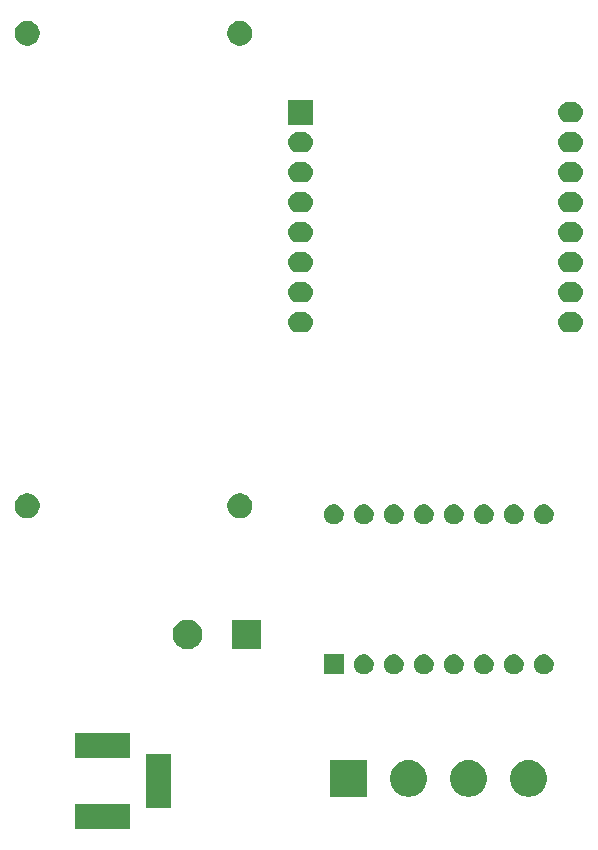
<source format=gbs>
G04 #@! TF.GenerationSoftware,KiCad,Pcbnew,(5.1.5-0-10_14)*
G04 #@! TF.CreationDate,2020-02-16T15:34:34-08:00*
G04 #@! TF.ProjectId,blinds_motor_driver,626c696e-6473-45f6-9d6f-746f725f6472,rev?*
G04 #@! TF.SameCoordinates,Original*
G04 #@! TF.FileFunction,Soldermask,Bot*
G04 #@! TF.FilePolarity,Negative*
%FSLAX46Y46*%
G04 Gerber Fmt 4.6, Leading zero omitted, Abs format (unit mm)*
G04 Created by KiCad (PCBNEW (5.1.5-0-10_14)) date 2020-02-16 15:34:34*
%MOMM*%
%LPD*%
G04 APERTURE LIST*
%ADD10C,0.100000*%
G04 APERTURE END LIST*
D10*
G36*
X113045000Y-122923000D02*
G01*
X108443000Y-122923000D01*
X108443000Y-120821000D01*
X113045000Y-120821000D01*
X113045000Y-122923000D01*
G37*
G36*
X116495000Y-121173000D02*
G01*
X114393000Y-121173000D01*
X114393000Y-116571000D01*
X116495000Y-116571000D01*
X116495000Y-121173000D01*
G37*
G36*
X147114585Y-117096802D02*
G01*
X147264410Y-117126604D01*
X147546674Y-117243521D01*
X147800705Y-117413259D01*
X148016741Y-117629295D01*
X148186479Y-117883326D01*
X148303396Y-118165590D01*
X148363000Y-118465240D01*
X148363000Y-118770760D01*
X148303396Y-119070410D01*
X148186479Y-119352674D01*
X148016741Y-119606705D01*
X147800705Y-119822741D01*
X147546674Y-119992479D01*
X147264410Y-120109396D01*
X147114585Y-120139198D01*
X146964761Y-120169000D01*
X146659239Y-120169000D01*
X146509415Y-120139198D01*
X146359590Y-120109396D01*
X146077326Y-119992479D01*
X145823295Y-119822741D01*
X145607259Y-119606705D01*
X145437521Y-119352674D01*
X145320604Y-119070410D01*
X145261000Y-118770760D01*
X145261000Y-118465240D01*
X145320604Y-118165590D01*
X145437521Y-117883326D01*
X145607259Y-117629295D01*
X145823295Y-117413259D01*
X146077326Y-117243521D01*
X146359590Y-117126604D01*
X146509415Y-117096802D01*
X146659239Y-117067000D01*
X146964761Y-117067000D01*
X147114585Y-117096802D01*
G37*
G36*
X142034585Y-117096802D02*
G01*
X142184410Y-117126604D01*
X142466674Y-117243521D01*
X142720705Y-117413259D01*
X142936741Y-117629295D01*
X143106479Y-117883326D01*
X143223396Y-118165590D01*
X143283000Y-118465240D01*
X143283000Y-118770760D01*
X143223396Y-119070410D01*
X143106479Y-119352674D01*
X142936741Y-119606705D01*
X142720705Y-119822741D01*
X142466674Y-119992479D01*
X142184410Y-120109396D01*
X142034585Y-120139198D01*
X141884761Y-120169000D01*
X141579239Y-120169000D01*
X141429415Y-120139198D01*
X141279590Y-120109396D01*
X140997326Y-119992479D01*
X140743295Y-119822741D01*
X140527259Y-119606705D01*
X140357521Y-119352674D01*
X140240604Y-119070410D01*
X140181000Y-118770760D01*
X140181000Y-118465240D01*
X140240604Y-118165590D01*
X140357521Y-117883326D01*
X140527259Y-117629295D01*
X140743295Y-117413259D01*
X140997326Y-117243521D01*
X141279590Y-117126604D01*
X141429415Y-117096802D01*
X141579239Y-117067000D01*
X141884761Y-117067000D01*
X142034585Y-117096802D01*
G37*
G36*
X136954585Y-117096802D02*
G01*
X137104410Y-117126604D01*
X137386674Y-117243521D01*
X137640705Y-117413259D01*
X137856741Y-117629295D01*
X138026479Y-117883326D01*
X138143396Y-118165590D01*
X138203000Y-118465240D01*
X138203000Y-118770760D01*
X138143396Y-119070410D01*
X138026479Y-119352674D01*
X137856741Y-119606705D01*
X137640705Y-119822741D01*
X137386674Y-119992479D01*
X137104410Y-120109396D01*
X136954585Y-120139198D01*
X136804761Y-120169000D01*
X136499239Y-120169000D01*
X136349415Y-120139198D01*
X136199590Y-120109396D01*
X135917326Y-119992479D01*
X135663295Y-119822741D01*
X135447259Y-119606705D01*
X135277521Y-119352674D01*
X135160604Y-119070410D01*
X135101000Y-118770760D01*
X135101000Y-118465240D01*
X135160604Y-118165590D01*
X135277521Y-117883326D01*
X135447259Y-117629295D01*
X135663295Y-117413259D01*
X135917326Y-117243521D01*
X136199590Y-117126604D01*
X136349415Y-117096802D01*
X136499239Y-117067000D01*
X136804761Y-117067000D01*
X136954585Y-117096802D01*
G37*
G36*
X133123000Y-120169000D02*
G01*
X130021000Y-120169000D01*
X130021000Y-117067000D01*
X133123000Y-117067000D01*
X133123000Y-120169000D01*
G37*
G36*
X113045000Y-116923000D02*
G01*
X108443000Y-116923000D01*
X108443000Y-114821000D01*
X113045000Y-114821000D01*
X113045000Y-116923000D01*
G37*
G36*
X131153000Y-109817000D02*
G01*
X129451000Y-109817000D01*
X129451000Y-108115000D01*
X131153000Y-108115000D01*
X131153000Y-109817000D01*
G37*
G36*
X140710228Y-108147703D02*
G01*
X140865100Y-108211853D01*
X141004481Y-108304985D01*
X141123015Y-108423519D01*
X141216147Y-108562900D01*
X141280297Y-108717772D01*
X141313000Y-108882184D01*
X141313000Y-109049816D01*
X141280297Y-109214228D01*
X141216147Y-109369100D01*
X141123015Y-109508481D01*
X141004481Y-109627015D01*
X140865100Y-109720147D01*
X140710228Y-109784297D01*
X140545816Y-109817000D01*
X140378184Y-109817000D01*
X140213772Y-109784297D01*
X140058900Y-109720147D01*
X139919519Y-109627015D01*
X139800985Y-109508481D01*
X139707853Y-109369100D01*
X139643703Y-109214228D01*
X139611000Y-109049816D01*
X139611000Y-108882184D01*
X139643703Y-108717772D01*
X139707853Y-108562900D01*
X139800985Y-108423519D01*
X139919519Y-108304985D01*
X140058900Y-108211853D01*
X140213772Y-108147703D01*
X140378184Y-108115000D01*
X140545816Y-108115000D01*
X140710228Y-108147703D01*
G37*
G36*
X133090228Y-108147703D02*
G01*
X133245100Y-108211853D01*
X133384481Y-108304985D01*
X133503015Y-108423519D01*
X133596147Y-108562900D01*
X133660297Y-108717772D01*
X133693000Y-108882184D01*
X133693000Y-109049816D01*
X133660297Y-109214228D01*
X133596147Y-109369100D01*
X133503015Y-109508481D01*
X133384481Y-109627015D01*
X133245100Y-109720147D01*
X133090228Y-109784297D01*
X132925816Y-109817000D01*
X132758184Y-109817000D01*
X132593772Y-109784297D01*
X132438900Y-109720147D01*
X132299519Y-109627015D01*
X132180985Y-109508481D01*
X132087853Y-109369100D01*
X132023703Y-109214228D01*
X131991000Y-109049816D01*
X131991000Y-108882184D01*
X132023703Y-108717772D01*
X132087853Y-108562900D01*
X132180985Y-108423519D01*
X132299519Y-108304985D01*
X132438900Y-108211853D01*
X132593772Y-108147703D01*
X132758184Y-108115000D01*
X132925816Y-108115000D01*
X133090228Y-108147703D01*
G37*
G36*
X135630228Y-108147703D02*
G01*
X135785100Y-108211853D01*
X135924481Y-108304985D01*
X136043015Y-108423519D01*
X136136147Y-108562900D01*
X136200297Y-108717772D01*
X136233000Y-108882184D01*
X136233000Y-109049816D01*
X136200297Y-109214228D01*
X136136147Y-109369100D01*
X136043015Y-109508481D01*
X135924481Y-109627015D01*
X135785100Y-109720147D01*
X135630228Y-109784297D01*
X135465816Y-109817000D01*
X135298184Y-109817000D01*
X135133772Y-109784297D01*
X134978900Y-109720147D01*
X134839519Y-109627015D01*
X134720985Y-109508481D01*
X134627853Y-109369100D01*
X134563703Y-109214228D01*
X134531000Y-109049816D01*
X134531000Y-108882184D01*
X134563703Y-108717772D01*
X134627853Y-108562900D01*
X134720985Y-108423519D01*
X134839519Y-108304985D01*
X134978900Y-108211853D01*
X135133772Y-108147703D01*
X135298184Y-108115000D01*
X135465816Y-108115000D01*
X135630228Y-108147703D01*
G37*
G36*
X138170228Y-108147703D02*
G01*
X138325100Y-108211853D01*
X138464481Y-108304985D01*
X138583015Y-108423519D01*
X138676147Y-108562900D01*
X138740297Y-108717772D01*
X138773000Y-108882184D01*
X138773000Y-109049816D01*
X138740297Y-109214228D01*
X138676147Y-109369100D01*
X138583015Y-109508481D01*
X138464481Y-109627015D01*
X138325100Y-109720147D01*
X138170228Y-109784297D01*
X138005816Y-109817000D01*
X137838184Y-109817000D01*
X137673772Y-109784297D01*
X137518900Y-109720147D01*
X137379519Y-109627015D01*
X137260985Y-109508481D01*
X137167853Y-109369100D01*
X137103703Y-109214228D01*
X137071000Y-109049816D01*
X137071000Y-108882184D01*
X137103703Y-108717772D01*
X137167853Y-108562900D01*
X137260985Y-108423519D01*
X137379519Y-108304985D01*
X137518900Y-108211853D01*
X137673772Y-108147703D01*
X137838184Y-108115000D01*
X138005816Y-108115000D01*
X138170228Y-108147703D01*
G37*
G36*
X143250228Y-108147703D02*
G01*
X143405100Y-108211853D01*
X143544481Y-108304985D01*
X143663015Y-108423519D01*
X143756147Y-108562900D01*
X143820297Y-108717772D01*
X143853000Y-108882184D01*
X143853000Y-109049816D01*
X143820297Y-109214228D01*
X143756147Y-109369100D01*
X143663015Y-109508481D01*
X143544481Y-109627015D01*
X143405100Y-109720147D01*
X143250228Y-109784297D01*
X143085816Y-109817000D01*
X142918184Y-109817000D01*
X142753772Y-109784297D01*
X142598900Y-109720147D01*
X142459519Y-109627015D01*
X142340985Y-109508481D01*
X142247853Y-109369100D01*
X142183703Y-109214228D01*
X142151000Y-109049816D01*
X142151000Y-108882184D01*
X142183703Y-108717772D01*
X142247853Y-108562900D01*
X142340985Y-108423519D01*
X142459519Y-108304985D01*
X142598900Y-108211853D01*
X142753772Y-108147703D01*
X142918184Y-108115000D01*
X143085816Y-108115000D01*
X143250228Y-108147703D01*
G37*
G36*
X145790228Y-108147703D02*
G01*
X145945100Y-108211853D01*
X146084481Y-108304985D01*
X146203015Y-108423519D01*
X146296147Y-108562900D01*
X146360297Y-108717772D01*
X146393000Y-108882184D01*
X146393000Y-109049816D01*
X146360297Y-109214228D01*
X146296147Y-109369100D01*
X146203015Y-109508481D01*
X146084481Y-109627015D01*
X145945100Y-109720147D01*
X145790228Y-109784297D01*
X145625816Y-109817000D01*
X145458184Y-109817000D01*
X145293772Y-109784297D01*
X145138900Y-109720147D01*
X144999519Y-109627015D01*
X144880985Y-109508481D01*
X144787853Y-109369100D01*
X144723703Y-109214228D01*
X144691000Y-109049816D01*
X144691000Y-108882184D01*
X144723703Y-108717772D01*
X144787853Y-108562900D01*
X144880985Y-108423519D01*
X144999519Y-108304985D01*
X145138900Y-108211853D01*
X145293772Y-108147703D01*
X145458184Y-108115000D01*
X145625816Y-108115000D01*
X145790228Y-108147703D01*
G37*
G36*
X148330228Y-108147703D02*
G01*
X148485100Y-108211853D01*
X148624481Y-108304985D01*
X148743015Y-108423519D01*
X148836147Y-108562900D01*
X148900297Y-108717772D01*
X148933000Y-108882184D01*
X148933000Y-109049816D01*
X148900297Y-109214228D01*
X148836147Y-109369100D01*
X148743015Y-109508481D01*
X148624481Y-109627015D01*
X148485100Y-109720147D01*
X148330228Y-109784297D01*
X148165816Y-109817000D01*
X147998184Y-109817000D01*
X147833772Y-109784297D01*
X147678900Y-109720147D01*
X147539519Y-109627015D01*
X147420985Y-109508481D01*
X147327853Y-109369100D01*
X147263703Y-109214228D01*
X147231000Y-109049816D01*
X147231000Y-108882184D01*
X147263703Y-108717772D01*
X147327853Y-108562900D01*
X147420985Y-108423519D01*
X147539519Y-108304985D01*
X147678900Y-108211853D01*
X147833772Y-108147703D01*
X147998184Y-108115000D01*
X148165816Y-108115000D01*
X148330228Y-108147703D01*
G37*
G36*
X124187000Y-107677000D02*
G01*
X121685000Y-107677000D01*
X121685000Y-105175000D01*
X124187000Y-105175000D01*
X124187000Y-107677000D01*
G37*
G36*
X118300903Y-105223075D02*
G01*
X118528571Y-105317378D01*
X118733466Y-105454285D01*
X118907715Y-105628534D01*
X119044622Y-105833429D01*
X119138925Y-106061097D01*
X119187000Y-106302787D01*
X119187000Y-106549213D01*
X119138925Y-106790903D01*
X119044622Y-107018571D01*
X118907715Y-107223466D01*
X118733466Y-107397715D01*
X118528571Y-107534622D01*
X118528570Y-107534623D01*
X118528569Y-107534623D01*
X118300903Y-107628925D01*
X118059214Y-107677000D01*
X117812786Y-107677000D01*
X117571097Y-107628925D01*
X117343431Y-107534623D01*
X117343430Y-107534623D01*
X117343429Y-107534622D01*
X117138534Y-107397715D01*
X116964285Y-107223466D01*
X116827378Y-107018571D01*
X116733075Y-106790903D01*
X116685000Y-106549213D01*
X116685000Y-106302787D01*
X116733075Y-106061097D01*
X116827378Y-105833429D01*
X116964285Y-105628534D01*
X117138534Y-105454285D01*
X117343429Y-105317378D01*
X117571097Y-105223075D01*
X117812786Y-105175000D01*
X118059214Y-105175000D01*
X118300903Y-105223075D01*
G37*
G36*
X143250228Y-95447703D02*
G01*
X143405100Y-95511853D01*
X143544481Y-95604985D01*
X143663015Y-95723519D01*
X143756147Y-95862900D01*
X143820297Y-96017772D01*
X143853000Y-96182184D01*
X143853000Y-96349816D01*
X143820297Y-96514228D01*
X143756147Y-96669100D01*
X143663015Y-96808481D01*
X143544481Y-96927015D01*
X143405100Y-97020147D01*
X143250228Y-97084297D01*
X143085816Y-97117000D01*
X142918184Y-97117000D01*
X142753772Y-97084297D01*
X142598900Y-97020147D01*
X142459519Y-96927015D01*
X142340985Y-96808481D01*
X142247853Y-96669100D01*
X142183703Y-96514228D01*
X142151000Y-96349816D01*
X142151000Y-96182184D01*
X142183703Y-96017772D01*
X142247853Y-95862900D01*
X142340985Y-95723519D01*
X142459519Y-95604985D01*
X142598900Y-95511853D01*
X142753772Y-95447703D01*
X142918184Y-95415000D01*
X143085816Y-95415000D01*
X143250228Y-95447703D01*
G37*
G36*
X148330228Y-95447703D02*
G01*
X148485100Y-95511853D01*
X148624481Y-95604985D01*
X148743015Y-95723519D01*
X148836147Y-95862900D01*
X148900297Y-96017772D01*
X148933000Y-96182184D01*
X148933000Y-96349816D01*
X148900297Y-96514228D01*
X148836147Y-96669100D01*
X148743015Y-96808481D01*
X148624481Y-96927015D01*
X148485100Y-97020147D01*
X148330228Y-97084297D01*
X148165816Y-97117000D01*
X147998184Y-97117000D01*
X147833772Y-97084297D01*
X147678900Y-97020147D01*
X147539519Y-96927015D01*
X147420985Y-96808481D01*
X147327853Y-96669100D01*
X147263703Y-96514228D01*
X147231000Y-96349816D01*
X147231000Y-96182184D01*
X147263703Y-96017772D01*
X147327853Y-95862900D01*
X147420985Y-95723519D01*
X147539519Y-95604985D01*
X147678900Y-95511853D01*
X147833772Y-95447703D01*
X147998184Y-95415000D01*
X148165816Y-95415000D01*
X148330228Y-95447703D01*
G37*
G36*
X140710228Y-95447703D02*
G01*
X140865100Y-95511853D01*
X141004481Y-95604985D01*
X141123015Y-95723519D01*
X141216147Y-95862900D01*
X141280297Y-96017772D01*
X141313000Y-96182184D01*
X141313000Y-96349816D01*
X141280297Y-96514228D01*
X141216147Y-96669100D01*
X141123015Y-96808481D01*
X141004481Y-96927015D01*
X140865100Y-97020147D01*
X140710228Y-97084297D01*
X140545816Y-97117000D01*
X140378184Y-97117000D01*
X140213772Y-97084297D01*
X140058900Y-97020147D01*
X139919519Y-96927015D01*
X139800985Y-96808481D01*
X139707853Y-96669100D01*
X139643703Y-96514228D01*
X139611000Y-96349816D01*
X139611000Y-96182184D01*
X139643703Y-96017772D01*
X139707853Y-95862900D01*
X139800985Y-95723519D01*
X139919519Y-95604985D01*
X140058900Y-95511853D01*
X140213772Y-95447703D01*
X140378184Y-95415000D01*
X140545816Y-95415000D01*
X140710228Y-95447703D01*
G37*
G36*
X145790228Y-95447703D02*
G01*
X145945100Y-95511853D01*
X146084481Y-95604985D01*
X146203015Y-95723519D01*
X146296147Y-95862900D01*
X146360297Y-96017772D01*
X146393000Y-96182184D01*
X146393000Y-96349816D01*
X146360297Y-96514228D01*
X146296147Y-96669100D01*
X146203015Y-96808481D01*
X146084481Y-96927015D01*
X145945100Y-97020147D01*
X145790228Y-97084297D01*
X145625816Y-97117000D01*
X145458184Y-97117000D01*
X145293772Y-97084297D01*
X145138900Y-97020147D01*
X144999519Y-96927015D01*
X144880985Y-96808481D01*
X144787853Y-96669100D01*
X144723703Y-96514228D01*
X144691000Y-96349816D01*
X144691000Y-96182184D01*
X144723703Y-96017772D01*
X144787853Y-95862900D01*
X144880985Y-95723519D01*
X144999519Y-95604985D01*
X145138900Y-95511853D01*
X145293772Y-95447703D01*
X145458184Y-95415000D01*
X145625816Y-95415000D01*
X145790228Y-95447703D01*
G37*
G36*
X138170228Y-95447703D02*
G01*
X138325100Y-95511853D01*
X138464481Y-95604985D01*
X138583015Y-95723519D01*
X138676147Y-95862900D01*
X138740297Y-96017772D01*
X138773000Y-96182184D01*
X138773000Y-96349816D01*
X138740297Y-96514228D01*
X138676147Y-96669100D01*
X138583015Y-96808481D01*
X138464481Y-96927015D01*
X138325100Y-97020147D01*
X138170228Y-97084297D01*
X138005816Y-97117000D01*
X137838184Y-97117000D01*
X137673772Y-97084297D01*
X137518900Y-97020147D01*
X137379519Y-96927015D01*
X137260985Y-96808481D01*
X137167853Y-96669100D01*
X137103703Y-96514228D01*
X137071000Y-96349816D01*
X137071000Y-96182184D01*
X137103703Y-96017772D01*
X137167853Y-95862900D01*
X137260985Y-95723519D01*
X137379519Y-95604985D01*
X137518900Y-95511853D01*
X137673772Y-95447703D01*
X137838184Y-95415000D01*
X138005816Y-95415000D01*
X138170228Y-95447703D01*
G37*
G36*
X135630228Y-95447703D02*
G01*
X135785100Y-95511853D01*
X135924481Y-95604985D01*
X136043015Y-95723519D01*
X136136147Y-95862900D01*
X136200297Y-96017772D01*
X136233000Y-96182184D01*
X136233000Y-96349816D01*
X136200297Y-96514228D01*
X136136147Y-96669100D01*
X136043015Y-96808481D01*
X135924481Y-96927015D01*
X135785100Y-97020147D01*
X135630228Y-97084297D01*
X135465816Y-97117000D01*
X135298184Y-97117000D01*
X135133772Y-97084297D01*
X134978900Y-97020147D01*
X134839519Y-96927015D01*
X134720985Y-96808481D01*
X134627853Y-96669100D01*
X134563703Y-96514228D01*
X134531000Y-96349816D01*
X134531000Y-96182184D01*
X134563703Y-96017772D01*
X134627853Y-95862900D01*
X134720985Y-95723519D01*
X134839519Y-95604985D01*
X134978900Y-95511853D01*
X135133772Y-95447703D01*
X135298184Y-95415000D01*
X135465816Y-95415000D01*
X135630228Y-95447703D01*
G37*
G36*
X133090228Y-95447703D02*
G01*
X133245100Y-95511853D01*
X133384481Y-95604985D01*
X133503015Y-95723519D01*
X133596147Y-95862900D01*
X133660297Y-96017772D01*
X133693000Y-96182184D01*
X133693000Y-96349816D01*
X133660297Y-96514228D01*
X133596147Y-96669100D01*
X133503015Y-96808481D01*
X133384481Y-96927015D01*
X133245100Y-97020147D01*
X133090228Y-97084297D01*
X132925816Y-97117000D01*
X132758184Y-97117000D01*
X132593772Y-97084297D01*
X132438900Y-97020147D01*
X132299519Y-96927015D01*
X132180985Y-96808481D01*
X132087853Y-96669100D01*
X132023703Y-96514228D01*
X131991000Y-96349816D01*
X131991000Y-96182184D01*
X132023703Y-96017772D01*
X132087853Y-95862900D01*
X132180985Y-95723519D01*
X132299519Y-95604985D01*
X132438900Y-95511853D01*
X132593772Y-95447703D01*
X132758184Y-95415000D01*
X132925816Y-95415000D01*
X133090228Y-95447703D01*
G37*
G36*
X130550228Y-95447703D02*
G01*
X130705100Y-95511853D01*
X130844481Y-95604985D01*
X130963015Y-95723519D01*
X131056147Y-95862900D01*
X131120297Y-96017772D01*
X131153000Y-96182184D01*
X131153000Y-96349816D01*
X131120297Y-96514228D01*
X131056147Y-96669100D01*
X130963015Y-96808481D01*
X130844481Y-96927015D01*
X130705100Y-97020147D01*
X130550228Y-97084297D01*
X130385816Y-97117000D01*
X130218184Y-97117000D01*
X130053772Y-97084297D01*
X129898900Y-97020147D01*
X129759519Y-96927015D01*
X129640985Y-96808481D01*
X129547853Y-96669100D01*
X129483703Y-96514228D01*
X129451000Y-96349816D01*
X129451000Y-96182184D01*
X129483703Y-96017772D01*
X129547853Y-95862900D01*
X129640985Y-95723519D01*
X129759519Y-95604985D01*
X129898900Y-95511853D01*
X130053772Y-95447703D01*
X130218184Y-95415000D01*
X130385816Y-95415000D01*
X130550228Y-95447703D01*
G37*
G36*
X104668564Y-94525389D02*
G01*
X104859833Y-94604615D01*
X104859835Y-94604616D01*
X105031973Y-94719635D01*
X105178365Y-94866027D01*
X105293385Y-95038167D01*
X105372611Y-95229436D01*
X105413000Y-95432484D01*
X105413000Y-95639516D01*
X105372611Y-95842564D01*
X105293385Y-96033833D01*
X105293384Y-96033835D01*
X105178365Y-96205973D01*
X105031973Y-96352365D01*
X104859835Y-96467384D01*
X104859834Y-96467385D01*
X104859833Y-96467385D01*
X104668564Y-96546611D01*
X104465516Y-96587000D01*
X104258484Y-96587000D01*
X104055436Y-96546611D01*
X103864167Y-96467385D01*
X103864166Y-96467385D01*
X103864165Y-96467384D01*
X103692027Y-96352365D01*
X103545635Y-96205973D01*
X103430616Y-96033835D01*
X103430615Y-96033833D01*
X103351389Y-95842564D01*
X103311000Y-95639516D01*
X103311000Y-95432484D01*
X103351389Y-95229436D01*
X103430615Y-95038167D01*
X103545635Y-94866027D01*
X103692027Y-94719635D01*
X103864165Y-94604616D01*
X103864167Y-94604615D01*
X104055436Y-94525389D01*
X104258484Y-94485000D01*
X104465516Y-94485000D01*
X104668564Y-94525389D01*
G37*
G36*
X122668564Y-94525389D02*
G01*
X122859833Y-94604615D01*
X122859835Y-94604616D01*
X123031973Y-94719635D01*
X123178365Y-94866027D01*
X123293385Y-95038167D01*
X123372611Y-95229436D01*
X123413000Y-95432484D01*
X123413000Y-95639516D01*
X123372611Y-95842564D01*
X123293385Y-96033833D01*
X123293384Y-96033835D01*
X123178365Y-96205973D01*
X123031973Y-96352365D01*
X122859835Y-96467384D01*
X122859834Y-96467385D01*
X122859833Y-96467385D01*
X122668564Y-96546611D01*
X122465516Y-96587000D01*
X122258484Y-96587000D01*
X122055436Y-96546611D01*
X121864167Y-96467385D01*
X121864166Y-96467385D01*
X121864165Y-96467384D01*
X121692027Y-96352365D01*
X121545635Y-96205973D01*
X121430616Y-96033835D01*
X121430615Y-96033833D01*
X121351389Y-95842564D01*
X121311000Y-95639516D01*
X121311000Y-95432484D01*
X121351389Y-95229436D01*
X121430615Y-95038167D01*
X121545635Y-94866027D01*
X121692027Y-94719635D01*
X121864165Y-94604616D01*
X121864167Y-94604615D01*
X122055436Y-94525389D01*
X122258484Y-94485000D01*
X122465516Y-94485000D01*
X122668564Y-94525389D01*
G37*
G36*
X150734823Y-79171313D02*
G01*
X150895242Y-79219976D01*
X151027906Y-79290886D01*
X151043078Y-79298996D01*
X151172659Y-79405341D01*
X151279004Y-79534922D01*
X151279005Y-79534924D01*
X151358024Y-79682758D01*
X151406687Y-79843177D01*
X151423117Y-80010000D01*
X151406687Y-80176823D01*
X151358024Y-80337242D01*
X151287114Y-80469906D01*
X151279004Y-80485078D01*
X151172659Y-80614659D01*
X151043078Y-80721004D01*
X151043076Y-80721005D01*
X150895242Y-80800024D01*
X150734823Y-80848687D01*
X150609804Y-80861000D01*
X150126196Y-80861000D01*
X150001177Y-80848687D01*
X149840758Y-80800024D01*
X149692924Y-80721005D01*
X149692922Y-80721004D01*
X149563341Y-80614659D01*
X149456996Y-80485078D01*
X149448886Y-80469906D01*
X149377976Y-80337242D01*
X149329313Y-80176823D01*
X149312883Y-80010000D01*
X149329313Y-79843177D01*
X149377976Y-79682758D01*
X149456995Y-79534924D01*
X149456996Y-79534922D01*
X149563341Y-79405341D01*
X149692922Y-79298996D01*
X149708094Y-79290886D01*
X149840758Y-79219976D01*
X150001177Y-79171313D01*
X150126196Y-79159000D01*
X150609804Y-79159000D01*
X150734823Y-79171313D01*
G37*
G36*
X127874823Y-79171313D02*
G01*
X128035242Y-79219976D01*
X128167906Y-79290886D01*
X128183078Y-79298996D01*
X128312659Y-79405341D01*
X128419004Y-79534922D01*
X128419005Y-79534924D01*
X128498024Y-79682758D01*
X128546687Y-79843177D01*
X128563117Y-80010000D01*
X128546687Y-80176823D01*
X128498024Y-80337242D01*
X128427114Y-80469906D01*
X128419004Y-80485078D01*
X128312659Y-80614659D01*
X128183078Y-80721004D01*
X128183076Y-80721005D01*
X128035242Y-80800024D01*
X127874823Y-80848687D01*
X127749804Y-80861000D01*
X127266196Y-80861000D01*
X127141177Y-80848687D01*
X126980758Y-80800024D01*
X126832924Y-80721005D01*
X126832922Y-80721004D01*
X126703341Y-80614659D01*
X126596996Y-80485078D01*
X126588886Y-80469906D01*
X126517976Y-80337242D01*
X126469313Y-80176823D01*
X126452883Y-80010000D01*
X126469313Y-79843177D01*
X126517976Y-79682758D01*
X126596995Y-79534924D01*
X126596996Y-79534922D01*
X126703341Y-79405341D01*
X126832922Y-79298996D01*
X126848094Y-79290886D01*
X126980758Y-79219976D01*
X127141177Y-79171313D01*
X127266196Y-79159000D01*
X127749804Y-79159000D01*
X127874823Y-79171313D01*
G37*
G36*
X127874823Y-76631313D02*
G01*
X128035242Y-76679976D01*
X128167906Y-76750886D01*
X128183078Y-76758996D01*
X128312659Y-76865341D01*
X128419004Y-76994922D01*
X128419005Y-76994924D01*
X128498024Y-77142758D01*
X128546687Y-77303177D01*
X128563117Y-77470000D01*
X128546687Y-77636823D01*
X128498024Y-77797242D01*
X128427114Y-77929906D01*
X128419004Y-77945078D01*
X128312659Y-78074659D01*
X128183078Y-78181004D01*
X128183076Y-78181005D01*
X128035242Y-78260024D01*
X127874823Y-78308687D01*
X127749804Y-78321000D01*
X127266196Y-78321000D01*
X127141177Y-78308687D01*
X126980758Y-78260024D01*
X126832924Y-78181005D01*
X126832922Y-78181004D01*
X126703341Y-78074659D01*
X126596996Y-77945078D01*
X126588886Y-77929906D01*
X126517976Y-77797242D01*
X126469313Y-77636823D01*
X126452883Y-77470000D01*
X126469313Y-77303177D01*
X126517976Y-77142758D01*
X126596995Y-76994924D01*
X126596996Y-76994922D01*
X126703341Y-76865341D01*
X126832922Y-76758996D01*
X126848094Y-76750886D01*
X126980758Y-76679976D01*
X127141177Y-76631313D01*
X127266196Y-76619000D01*
X127749804Y-76619000D01*
X127874823Y-76631313D01*
G37*
G36*
X150734823Y-76631313D02*
G01*
X150895242Y-76679976D01*
X151027906Y-76750886D01*
X151043078Y-76758996D01*
X151172659Y-76865341D01*
X151279004Y-76994922D01*
X151279005Y-76994924D01*
X151358024Y-77142758D01*
X151406687Y-77303177D01*
X151423117Y-77470000D01*
X151406687Y-77636823D01*
X151358024Y-77797242D01*
X151287114Y-77929906D01*
X151279004Y-77945078D01*
X151172659Y-78074659D01*
X151043078Y-78181004D01*
X151043076Y-78181005D01*
X150895242Y-78260024D01*
X150734823Y-78308687D01*
X150609804Y-78321000D01*
X150126196Y-78321000D01*
X150001177Y-78308687D01*
X149840758Y-78260024D01*
X149692924Y-78181005D01*
X149692922Y-78181004D01*
X149563341Y-78074659D01*
X149456996Y-77945078D01*
X149448886Y-77929906D01*
X149377976Y-77797242D01*
X149329313Y-77636823D01*
X149312883Y-77470000D01*
X149329313Y-77303177D01*
X149377976Y-77142758D01*
X149456995Y-76994924D01*
X149456996Y-76994922D01*
X149563341Y-76865341D01*
X149692922Y-76758996D01*
X149708094Y-76750886D01*
X149840758Y-76679976D01*
X150001177Y-76631313D01*
X150126196Y-76619000D01*
X150609804Y-76619000D01*
X150734823Y-76631313D01*
G37*
G36*
X127874823Y-74091313D02*
G01*
X128035242Y-74139976D01*
X128167906Y-74210886D01*
X128183078Y-74218996D01*
X128312659Y-74325341D01*
X128419004Y-74454922D01*
X128419005Y-74454924D01*
X128498024Y-74602758D01*
X128546687Y-74763177D01*
X128563117Y-74930000D01*
X128546687Y-75096823D01*
X128498024Y-75257242D01*
X128427114Y-75389906D01*
X128419004Y-75405078D01*
X128312659Y-75534659D01*
X128183078Y-75641004D01*
X128183076Y-75641005D01*
X128035242Y-75720024D01*
X127874823Y-75768687D01*
X127749804Y-75781000D01*
X127266196Y-75781000D01*
X127141177Y-75768687D01*
X126980758Y-75720024D01*
X126832924Y-75641005D01*
X126832922Y-75641004D01*
X126703341Y-75534659D01*
X126596996Y-75405078D01*
X126588886Y-75389906D01*
X126517976Y-75257242D01*
X126469313Y-75096823D01*
X126452883Y-74930000D01*
X126469313Y-74763177D01*
X126517976Y-74602758D01*
X126596995Y-74454924D01*
X126596996Y-74454922D01*
X126703341Y-74325341D01*
X126832922Y-74218996D01*
X126848094Y-74210886D01*
X126980758Y-74139976D01*
X127141177Y-74091313D01*
X127266196Y-74079000D01*
X127749804Y-74079000D01*
X127874823Y-74091313D01*
G37*
G36*
X150734823Y-74091313D02*
G01*
X150895242Y-74139976D01*
X151027906Y-74210886D01*
X151043078Y-74218996D01*
X151172659Y-74325341D01*
X151279004Y-74454922D01*
X151279005Y-74454924D01*
X151358024Y-74602758D01*
X151406687Y-74763177D01*
X151423117Y-74930000D01*
X151406687Y-75096823D01*
X151358024Y-75257242D01*
X151287114Y-75389906D01*
X151279004Y-75405078D01*
X151172659Y-75534659D01*
X151043078Y-75641004D01*
X151043076Y-75641005D01*
X150895242Y-75720024D01*
X150734823Y-75768687D01*
X150609804Y-75781000D01*
X150126196Y-75781000D01*
X150001177Y-75768687D01*
X149840758Y-75720024D01*
X149692924Y-75641005D01*
X149692922Y-75641004D01*
X149563341Y-75534659D01*
X149456996Y-75405078D01*
X149448886Y-75389906D01*
X149377976Y-75257242D01*
X149329313Y-75096823D01*
X149312883Y-74930000D01*
X149329313Y-74763177D01*
X149377976Y-74602758D01*
X149456995Y-74454924D01*
X149456996Y-74454922D01*
X149563341Y-74325341D01*
X149692922Y-74218996D01*
X149708094Y-74210886D01*
X149840758Y-74139976D01*
X150001177Y-74091313D01*
X150126196Y-74079000D01*
X150609804Y-74079000D01*
X150734823Y-74091313D01*
G37*
G36*
X127874823Y-71551313D02*
G01*
X128035242Y-71599976D01*
X128167906Y-71670886D01*
X128183078Y-71678996D01*
X128312659Y-71785341D01*
X128419004Y-71914922D01*
X128419005Y-71914924D01*
X128498024Y-72062758D01*
X128546687Y-72223177D01*
X128563117Y-72390000D01*
X128546687Y-72556823D01*
X128498024Y-72717242D01*
X128427114Y-72849906D01*
X128419004Y-72865078D01*
X128312659Y-72994659D01*
X128183078Y-73101004D01*
X128183076Y-73101005D01*
X128035242Y-73180024D01*
X127874823Y-73228687D01*
X127749804Y-73241000D01*
X127266196Y-73241000D01*
X127141177Y-73228687D01*
X126980758Y-73180024D01*
X126832924Y-73101005D01*
X126832922Y-73101004D01*
X126703341Y-72994659D01*
X126596996Y-72865078D01*
X126588886Y-72849906D01*
X126517976Y-72717242D01*
X126469313Y-72556823D01*
X126452883Y-72390000D01*
X126469313Y-72223177D01*
X126517976Y-72062758D01*
X126596995Y-71914924D01*
X126596996Y-71914922D01*
X126703341Y-71785341D01*
X126832922Y-71678996D01*
X126848094Y-71670886D01*
X126980758Y-71599976D01*
X127141177Y-71551313D01*
X127266196Y-71539000D01*
X127749804Y-71539000D01*
X127874823Y-71551313D01*
G37*
G36*
X150734823Y-71551313D02*
G01*
X150895242Y-71599976D01*
X151027906Y-71670886D01*
X151043078Y-71678996D01*
X151172659Y-71785341D01*
X151279004Y-71914922D01*
X151279005Y-71914924D01*
X151358024Y-72062758D01*
X151406687Y-72223177D01*
X151423117Y-72390000D01*
X151406687Y-72556823D01*
X151358024Y-72717242D01*
X151287114Y-72849906D01*
X151279004Y-72865078D01*
X151172659Y-72994659D01*
X151043078Y-73101004D01*
X151043076Y-73101005D01*
X150895242Y-73180024D01*
X150734823Y-73228687D01*
X150609804Y-73241000D01*
X150126196Y-73241000D01*
X150001177Y-73228687D01*
X149840758Y-73180024D01*
X149692924Y-73101005D01*
X149692922Y-73101004D01*
X149563341Y-72994659D01*
X149456996Y-72865078D01*
X149448886Y-72849906D01*
X149377976Y-72717242D01*
X149329313Y-72556823D01*
X149312883Y-72390000D01*
X149329313Y-72223177D01*
X149377976Y-72062758D01*
X149456995Y-71914924D01*
X149456996Y-71914922D01*
X149563341Y-71785341D01*
X149692922Y-71678996D01*
X149708094Y-71670886D01*
X149840758Y-71599976D01*
X150001177Y-71551313D01*
X150126196Y-71539000D01*
X150609804Y-71539000D01*
X150734823Y-71551313D01*
G37*
G36*
X127874823Y-69011313D02*
G01*
X128035242Y-69059976D01*
X128167906Y-69130886D01*
X128183078Y-69138996D01*
X128312659Y-69245341D01*
X128419004Y-69374922D01*
X128419005Y-69374924D01*
X128498024Y-69522758D01*
X128546687Y-69683177D01*
X128563117Y-69850000D01*
X128546687Y-70016823D01*
X128498024Y-70177242D01*
X128427114Y-70309906D01*
X128419004Y-70325078D01*
X128312659Y-70454659D01*
X128183078Y-70561004D01*
X128183076Y-70561005D01*
X128035242Y-70640024D01*
X127874823Y-70688687D01*
X127749804Y-70701000D01*
X127266196Y-70701000D01*
X127141177Y-70688687D01*
X126980758Y-70640024D01*
X126832924Y-70561005D01*
X126832922Y-70561004D01*
X126703341Y-70454659D01*
X126596996Y-70325078D01*
X126588886Y-70309906D01*
X126517976Y-70177242D01*
X126469313Y-70016823D01*
X126452883Y-69850000D01*
X126469313Y-69683177D01*
X126517976Y-69522758D01*
X126596995Y-69374924D01*
X126596996Y-69374922D01*
X126703341Y-69245341D01*
X126832922Y-69138996D01*
X126848094Y-69130886D01*
X126980758Y-69059976D01*
X127141177Y-69011313D01*
X127266196Y-68999000D01*
X127749804Y-68999000D01*
X127874823Y-69011313D01*
G37*
G36*
X150734823Y-69011313D02*
G01*
X150895242Y-69059976D01*
X151027906Y-69130886D01*
X151043078Y-69138996D01*
X151172659Y-69245341D01*
X151279004Y-69374922D01*
X151279005Y-69374924D01*
X151358024Y-69522758D01*
X151406687Y-69683177D01*
X151423117Y-69850000D01*
X151406687Y-70016823D01*
X151358024Y-70177242D01*
X151287114Y-70309906D01*
X151279004Y-70325078D01*
X151172659Y-70454659D01*
X151043078Y-70561004D01*
X151043076Y-70561005D01*
X150895242Y-70640024D01*
X150734823Y-70688687D01*
X150609804Y-70701000D01*
X150126196Y-70701000D01*
X150001177Y-70688687D01*
X149840758Y-70640024D01*
X149692924Y-70561005D01*
X149692922Y-70561004D01*
X149563341Y-70454659D01*
X149456996Y-70325078D01*
X149448886Y-70309906D01*
X149377976Y-70177242D01*
X149329313Y-70016823D01*
X149312883Y-69850000D01*
X149329313Y-69683177D01*
X149377976Y-69522758D01*
X149456995Y-69374924D01*
X149456996Y-69374922D01*
X149563341Y-69245341D01*
X149692922Y-69138996D01*
X149708094Y-69130886D01*
X149840758Y-69059976D01*
X150001177Y-69011313D01*
X150126196Y-68999000D01*
X150609804Y-68999000D01*
X150734823Y-69011313D01*
G37*
G36*
X127874823Y-66471313D02*
G01*
X128035242Y-66519976D01*
X128167906Y-66590886D01*
X128183078Y-66598996D01*
X128312659Y-66705341D01*
X128419004Y-66834922D01*
X128419005Y-66834924D01*
X128498024Y-66982758D01*
X128546687Y-67143177D01*
X128563117Y-67310000D01*
X128546687Y-67476823D01*
X128498024Y-67637242D01*
X128427114Y-67769906D01*
X128419004Y-67785078D01*
X128312659Y-67914659D01*
X128183078Y-68021004D01*
X128183076Y-68021005D01*
X128035242Y-68100024D01*
X127874823Y-68148687D01*
X127749804Y-68161000D01*
X127266196Y-68161000D01*
X127141177Y-68148687D01*
X126980758Y-68100024D01*
X126832924Y-68021005D01*
X126832922Y-68021004D01*
X126703341Y-67914659D01*
X126596996Y-67785078D01*
X126588886Y-67769906D01*
X126517976Y-67637242D01*
X126469313Y-67476823D01*
X126452883Y-67310000D01*
X126469313Y-67143177D01*
X126517976Y-66982758D01*
X126596995Y-66834924D01*
X126596996Y-66834922D01*
X126703341Y-66705341D01*
X126832922Y-66598996D01*
X126848094Y-66590886D01*
X126980758Y-66519976D01*
X127141177Y-66471313D01*
X127266196Y-66459000D01*
X127749804Y-66459000D01*
X127874823Y-66471313D01*
G37*
G36*
X150734823Y-66471313D02*
G01*
X150895242Y-66519976D01*
X151027906Y-66590886D01*
X151043078Y-66598996D01*
X151172659Y-66705341D01*
X151279004Y-66834922D01*
X151279005Y-66834924D01*
X151358024Y-66982758D01*
X151406687Y-67143177D01*
X151423117Y-67310000D01*
X151406687Y-67476823D01*
X151358024Y-67637242D01*
X151287114Y-67769906D01*
X151279004Y-67785078D01*
X151172659Y-67914659D01*
X151043078Y-68021004D01*
X151043076Y-68021005D01*
X150895242Y-68100024D01*
X150734823Y-68148687D01*
X150609804Y-68161000D01*
X150126196Y-68161000D01*
X150001177Y-68148687D01*
X149840758Y-68100024D01*
X149692924Y-68021005D01*
X149692922Y-68021004D01*
X149563341Y-67914659D01*
X149456996Y-67785078D01*
X149448886Y-67769906D01*
X149377976Y-67637242D01*
X149329313Y-67476823D01*
X149312883Y-67310000D01*
X149329313Y-67143177D01*
X149377976Y-66982758D01*
X149456995Y-66834924D01*
X149456996Y-66834922D01*
X149563341Y-66705341D01*
X149692922Y-66598996D01*
X149708094Y-66590886D01*
X149840758Y-66519976D01*
X150001177Y-66471313D01*
X150126196Y-66459000D01*
X150609804Y-66459000D01*
X150734823Y-66471313D01*
G37*
G36*
X127874823Y-63931313D02*
G01*
X128035242Y-63979976D01*
X128167906Y-64050886D01*
X128183078Y-64058996D01*
X128312659Y-64165341D01*
X128419004Y-64294922D01*
X128419005Y-64294924D01*
X128498024Y-64442758D01*
X128546687Y-64603177D01*
X128563117Y-64770000D01*
X128546687Y-64936823D01*
X128498024Y-65097242D01*
X128427114Y-65229906D01*
X128419004Y-65245078D01*
X128312659Y-65374659D01*
X128183078Y-65481004D01*
X128183076Y-65481005D01*
X128035242Y-65560024D01*
X127874823Y-65608687D01*
X127749804Y-65621000D01*
X127266196Y-65621000D01*
X127141177Y-65608687D01*
X126980758Y-65560024D01*
X126832924Y-65481005D01*
X126832922Y-65481004D01*
X126703341Y-65374659D01*
X126596996Y-65245078D01*
X126588886Y-65229906D01*
X126517976Y-65097242D01*
X126469313Y-64936823D01*
X126452883Y-64770000D01*
X126469313Y-64603177D01*
X126517976Y-64442758D01*
X126596995Y-64294924D01*
X126596996Y-64294922D01*
X126703341Y-64165341D01*
X126832922Y-64058996D01*
X126848094Y-64050886D01*
X126980758Y-63979976D01*
X127141177Y-63931313D01*
X127266196Y-63919000D01*
X127749804Y-63919000D01*
X127874823Y-63931313D01*
G37*
G36*
X150734823Y-63931313D02*
G01*
X150895242Y-63979976D01*
X151027906Y-64050886D01*
X151043078Y-64058996D01*
X151172659Y-64165341D01*
X151279004Y-64294922D01*
X151279005Y-64294924D01*
X151358024Y-64442758D01*
X151406687Y-64603177D01*
X151423117Y-64770000D01*
X151406687Y-64936823D01*
X151358024Y-65097242D01*
X151287114Y-65229906D01*
X151279004Y-65245078D01*
X151172659Y-65374659D01*
X151043078Y-65481004D01*
X151043076Y-65481005D01*
X150895242Y-65560024D01*
X150734823Y-65608687D01*
X150609804Y-65621000D01*
X150126196Y-65621000D01*
X150001177Y-65608687D01*
X149840758Y-65560024D01*
X149692924Y-65481005D01*
X149692922Y-65481004D01*
X149563341Y-65374659D01*
X149456996Y-65245078D01*
X149448886Y-65229906D01*
X149377976Y-65097242D01*
X149329313Y-64936823D01*
X149312883Y-64770000D01*
X149329313Y-64603177D01*
X149377976Y-64442758D01*
X149456995Y-64294924D01*
X149456996Y-64294922D01*
X149563341Y-64165341D01*
X149692922Y-64058996D01*
X149708094Y-64050886D01*
X149840758Y-63979976D01*
X150001177Y-63931313D01*
X150126196Y-63919000D01*
X150609804Y-63919000D01*
X150734823Y-63931313D01*
G37*
G36*
X128559000Y-63281000D02*
G01*
X126457000Y-63281000D01*
X126457000Y-61179000D01*
X128559000Y-61179000D01*
X128559000Y-63281000D01*
G37*
G36*
X150734823Y-61391313D02*
G01*
X150895242Y-61439976D01*
X151027906Y-61510886D01*
X151043078Y-61518996D01*
X151172659Y-61625341D01*
X151279004Y-61754922D01*
X151279005Y-61754924D01*
X151358024Y-61902758D01*
X151406687Y-62063177D01*
X151423117Y-62230000D01*
X151406687Y-62396823D01*
X151358024Y-62557242D01*
X151287114Y-62689906D01*
X151279004Y-62705078D01*
X151172659Y-62834659D01*
X151043078Y-62941004D01*
X151043076Y-62941005D01*
X150895242Y-63020024D01*
X150734823Y-63068687D01*
X150609804Y-63081000D01*
X150126196Y-63081000D01*
X150001177Y-63068687D01*
X149840758Y-63020024D01*
X149692924Y-62941005D01*
X149692922Y-62941004D01*
X149563341Y-62834659D01*
X149456996Y-62705078D01*
X149448886Y-62689906D01*
X149377976Y-62557242D01*
X149329313Y-62396823D01*
X149312883Y-62230000D01*
X149329313Y-62063177D01*
X149377976Y-61902758D01*
X149456995Y-61754924D01*
X149456996Y-61754922D01*
X149563341Y-61625341D01*
X149692922Y-61518996D01*
X149708094Y-61510886D01*
X149840758Y-61439976D01*
X150001177Y-61391313D01*
X150126196Y-61379000D01*
X150609804Y-61379000D01*
X150734823Y-61391313D01*
G37*
G36*
X104668564Y-54525389D02*
G01*
X104859833Y-54604615D01*
X104859835Y-54604616D01*
X105031973Y-54719635D01*
X105178365Y-54866027D01*
X105293385Y-55038167D01*
X105372611Y-55229436D01*
X105413000Y-55432484D01*
X105413000Y-55639516D01*
X105372611Y-55842564D01*
X105293385Y-56033833D01*
X105293384Y-56033835D01*
X105178365Y-56205973D01*
X105031973Y-56352365D01*
X104859835Y-56467384D01*
X104859834Y-56467385D01*
X104859833Y-56467385D01*
X104668564Y-56546611D01*
X104465516Y-56587000D01*
X104258484Y-56587000D01*
X104055436Y-56546611D01*
X103864167Y-56467385D01*
X103864166Y-56467385D01*
X103864165Y-56467384D01*
X103692027Y-56352365D01*
X103545635Y-56205973D01*
X103430616Y-56033835D01*
X103430615Y-56033833D01*
X103351389Y-55842564D01*
X103311000Y-55639516D01*
X103311000Y-55432484D01*
X103351389Y-55229436D01*
X103430615Y-55038167D01*
X103545635Y-54866027D01*
X103692027Y-54719635D01*
X103864165Y-54604616D01*
X103864167Y-54604615D01*
X104055436Y-54525389D01*
X104258484Y-54485000D01*
X104465516Y-54485000D01*
X104668564Y-54525389D01*
G37*
G36*
X122668564Y-54525389D02*
G01*
X122859833Y-54604615D01*
X122859835Y-54604616D01*
X123031973Y-54719635D01*
X123178365Y-54866027D01*
X123293385Y-55038167D01*
X123372611Y-55229436D01*
X123413000Y-55432484D01*
X123413000Y-55639516D01*
X123372611Y-55842564D01*
X123293385Y-56033833D01*
X123293384Y-56033835D01*
X123178365Y-56205973D01*
X123031973Y-56352365D01*
X122859835Y-56467384D01*
X122859834Y-56467385D01*
X122859833Y-56467385D01*
X122668564Y-56546611D01*
X122465516Y-56587000D01*
X122258484Y-56587000D01*
X122055436Y-56546611D01*
X121864167Y-56467385D01*
X121864166Y-56467385D01*
X121864165Y-56467384D01*
X121692027Y-56352365D01*
X121545635Y-56205973D01*
X121430616Y-56033835D01*
X121430615Y-56033833D01*
X121351389Y-55842564D01*
X121311000Y-55639516D01*
X121311000Y-55432484D01*
X121351389Y-55229436D01*
X121430615Y-55038167D01*
X121545635Y-54866027D01*
X121692027Y-54719635D01*
X121864165Y-54604616D01*
X121864167Y-54604615D01*
X122055436Y-54525389D01*
X122258484Y-54485000D01*
X122465516Y-54485000D01*
X122668564Y-54525389D01*
G37*
M02*

</source>
